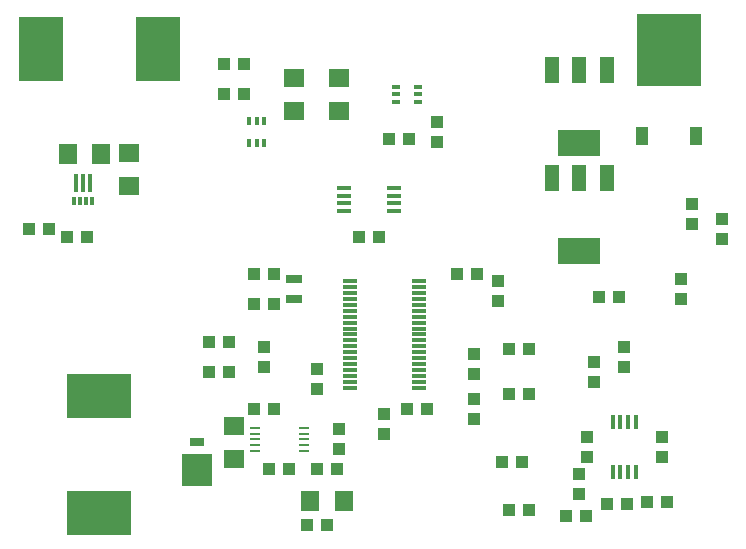
<source format=gtp>
G75*
%MOIN*%
%OFA0B0*%
%FSLAX24Y24*%
%IPPOS*%
%LPD*%
%AMOC8*
5,1,8,0,0,1.08239X$1,22.5*
%
%ADD10R,0.0433X0.0394*%
%ADD11R,0.0394X0.0433*%
%ADD12R,0.0472X0.0118*%
%ADD13R,0.0710X0.0630*%
%ADD14R,0.2126X0.2441*%
%ADD15R,0.0394X0.0630*%
%ADD16R,0.0551X0.0276*%
%ADD17R,0.0709X0.0630*%
%ADD18R,0.0630X0.0709*%
%ADD19R,0.0344X0.0098*%
%ADD20R,0.0130X0.0600*%
%ADD21R,0.0130X0.0300*%
%ADD22R,0.0118X0.0295*%
%ADD23R,0.0295X0.0118*%
%ADD24R,0.1516X0.2165*%
%ADD25R,0.2165X0.1516*%
%ADD26R,0.1000X0.1050*%
%ADD27R,0.0500X0.0250*%
%ADD28R,0.0480X0.0880*%
%ADD29R,0.1417X0.0866*%
%ADD30R,0.0118X0.0472*%
%ADD31R,0.0630X0.0710*%
D10*
X007295Y006380D03*
X007965Y006380D03*
X008795Y008630D03*
X009465Y008630D03*
X009465Y009630D03*
X008795Y009630D03*
X012295Y010880D03*
X012965Y010880D03*
X016930Y009415D03*
X016930Y008745D03*
X017295Y007130D03*
X017965Y007130D03*
X016130Y006965D03*
X016130Y006295D03*
X016130Y005465D03*
X016130Y004795D03*
X017295Y005630D03*
X017965Y005630D03*
X019880Y004215D03*
X019880Y003545D03*
X019630Y002965D03*
X019630Y002295D03*
X021130Y006545D03*
X021130Y007215D03*
X023030Y008795D03*
X023030Y009465D03*
X024380Y010795D03*
X024380Y011465D03*
X023380Y011295D03*
X023380Y011965D03*
X013130Y004965D03*
X013130Y004295D03*
X011630Y004465D03*
X011630Y003795D03*
X009965Y003130D03*
X009295Y003130D03*
X008465Y016630D03*
X007795Y016630D03*
D11*
X007795Y015630D03*
X008465Y015630D03*
X013295Y014130D03*
X013965Y014130D03*
X014880Y014045D03*
X014880Y014715D03*
X015545Y009630D03*
X016215Y009630D03*
X020295Y008880D03*
X020965Y008880D03*
X020130Y006715D03*
X020130Y006045D03*
X022380Y004215D03*
X022380Y003545D03*
X022565Y002030D03*
X021895Y002030D03*
X021215Y001980D03*
X020545Y001980D03*
X019865Y001580D03*
X019195Y001580D03*
X017965Y001780D03*
X017295Y001780D03*
X017045Y003380D03*
X017715Y003380D03*
X014565Y005130D03*
X013895Y005130D03*
X011565Y003130D03*
X010895Y003130D03*
X011215Y001280D03*
X010545Y001280D03*
X009465Y005130D03*
X008795Y005130D03*
X009130Y006545D03*
X009130Y007215D03*
X007965Y007380D03*
X007295Y007380D03*
X010880Y006465D03*
X010880Y005795D03*
X003215Y010880D03*
X002545Y010880D03*
X001965Y011130D03*
X001295Y011130D03*
D12*
X011798Y011747D03*
X011798Y012002D03*
X011798Y012258D03*
X011798Y012514D03*
X013461Y012514D03*
X013461Y012258D03*
X013461Y012002D03*
X013461Y011747D03*
X014272Y009402D03*
X014272Y009205D03*
X014272Y009008D03*
X014272Y008811D03*
X014272Y008614D03*
X014272Y008417D03*
X014272Y008221D03*
X014272Y008024D03*
X014272Y007827D03*
X014272Y007630D03*
X014272Y007433D03*
X014272Y007236D03*
X014272Y007039D03*
X014272Y006843D03*
X014272Y006646D03*
X014272Y006449D03*
X014272Y006252D03*
X014272Y006055D03*
X014272Y005858D03*
X011988Y005858D03*
X011988Y006055D03*
X011988Y006252D03*
X011988Y006449D03*
X011988Y006646D03*
X011988Y006843D03*
X011988Y007039D03*
X011988Y007236D03*
X011988Y007433D03*
X011988Y007630D03*
X011988Y007827D03*
X011988Y008024D03*
X011988Y008221D03*
X011988Y008417D03*
X011988Y008614D03*
X011988Y008811D03*
X011988Y009008D03*
X011988Y009205D03*
X011988Y009402D03*
D13*
X011630Y015070D03*
X011630Y016190D03*
X010130Y016190D03*
X010130Y015070D03*
D14*
X022630Y017114D03*
D15*
X021732Y014240D03*
X023528Y014240D03*
D16*
X010130Y009465D03*
X010130Y008795D03*
D17*
X008130Y004581D03*
X008130Y003479D03*
X004630Y012579D03*
X004630Y013681D03*
D18*
X003681Y013630D03*
X002579Y013630D03*
D19*
X008818Y004524D03*
X008818Y004327D03*
X008818Y004130D03*
X008818Y003933D03*
X008818Y003736D03*
X010442Y003736D03*
X010442Y003933D03*
X010442Y004130D03*
X010442Y004327D03*
X010442Y004524D03*
D20*
X003321Y012680D03*
X003085Y012680D03*
X002849Y012680D03*
D21*
X002789Y012090D03*
X002986Y012090D03*
X003183Y012090D03*
X003380Y012090D03*
D22*
X008624Y014006D03*
X008880Y014006D03*
X009136Y014006D03*
X009136Y014754D03*
X008880Y014754D03*
X008624Y014754D03*
D23*
X013506Y015374D03*
X013506Y015630D03*
X013506Y015886D03*
X014254Y015886D03*
X014254Y015630D03*
X014254Y015374D03*
D24*
X005589Y017130D03*
X001671Y017130D03*
D25*
X003630Y001671D03*
X003630Y005589D03*
D26*
X006880Y003126D03*
D27*
X006880Y004055D03*
D28*
X018720Y012850D03*
X019630Y012850D03*
X020540Y012850D03*
X020540Y016450D03*
X019630Y016450D03*
X018720Y016450D03*
D29*
X019630Y014010D03*
X019630Y010410D03*
D30*
X020746Y004711D03*
X021002Y004711D03*
X021258Y004711D03*
X021513Y004711D03*
X021513Y003048D03*
X021258Y003048D03*
X021002Y003048D03*
X020746Y003048D03*
D31*
X011790Y002080D03*
X010670Y002080D03*
M02*

</source>
